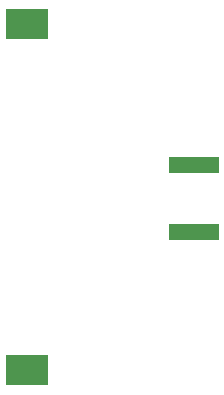
<source format=gbr>
%TF.GenerationSoftware,KiCad,Pcbnew,(5.1.6)-1*%
%TF.CreationDate,2020-10-05T19:31:36+02:00*%
%TF.ProjectId,NRF24,4e524632-342e-46b6-9963-61645f706362,rev?*%
%TF.SameCoordinates,Original*%
%TF.FileFunction,Paste,Bot*%
%TF.FilePolarity,Positive*%
%FSLAX46Y46*%
G04 Gerber Fmt 4.6, Leading zero omitted, Abs format (unit mm)*
G04 Created by KiCad (PCBNEW (5.1.6)-1) date 2020-10-05 19:31:36*
%MOMM*%
%LPD*%
G01*
G04 APERTURE LIST*
%ADD10R,4.200000X1.350000*%
%ADD11R,3.600000X2.600000*%
G04 APERTURE END LIST*
D10*
%TO.C,J2*%
X195000000Y-84425000D03*
X195000000Y-90075000D03*
%TD*%
D11*
%TO.C,BT1*%
X180800000Y-101800000D03*
X180800000Y-72500000D03*
%TD*%
M02*

</source>
